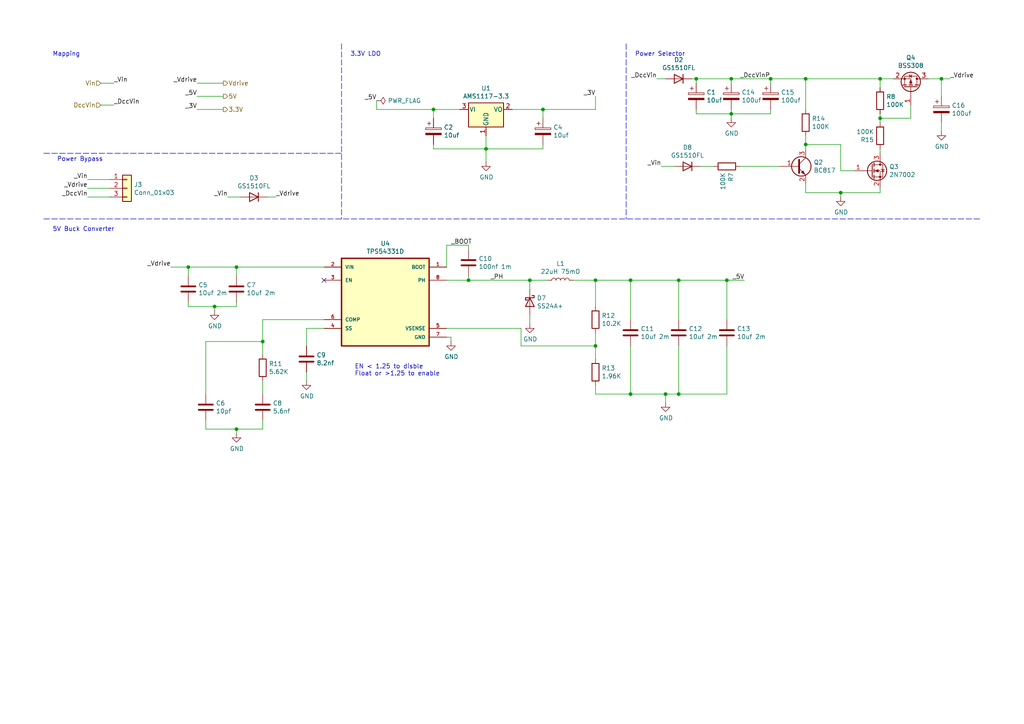
<source format=kicad_sch>
(kicad_sch (version 20211123) (generator eeschema)
  (paper "A4")
  (title_block (date "2021-11-09") (rev "v1.0.0-RC2"))
  (lib_symbols
    (symbol "Connector_Generic:Conn_01x03" (pin_names (offset 1.016) hide)
      (property "Reference" "J" (at 0 5.08 0))
      (property "Value" "Conn_01x03" (at 0 -5.08 0))
      (symbol "Conn_01x03_1_1"
        (rectangle (start -1.27 -2.413) (end 0 -2.667) (stroke (width 0.1524)))
        (rectangle (start -1.27 0.127) (end 0 -0.127) (stroke (width 0.1524)))
        (rectangle (start -1.27 2.667) (end 0 2.413) (stroke (width 0.1524)))
        (rectangle (start -1.27 3.81) (end 1.27 -3.81) (stroke (width 0.254)) (fill (type background)))
        (pin passive line (at -5.08 2.54 0) (length 3.81) (name "Pin_1") (number "1"))
        (pin passive line (at -5.08 0 0) (length 3.81) (name "Pin_2") (number "2"))
        (pin passive line (at -5.08 -2.54 0) (length 3.81) (name "Pin_3") (number "3"))
      )
    )
    (symbol "DB107S:TPS54331D" (pin_names (offset 1.016))
      (property "Reference" "U" (at -12.7 13.6906 0))
      (property "Value" "TPS54331D" (at -12.7 -16.6878 0))
      (symbol "TPS54331D_0_0"
        (rectangle (start -12.7 -12.7) (end 12.7 12.7) (stroke (width 0.4064)) (fill (type background)))
        (pin input line (at 17.78 10.16 180) (length 5.08) (name "BOOT") (number "1"))
        (pin input line (at -17.78 10.16 0) (length 5.08) (name "VIN") (number "2"))
        (pin input line (at -17.78 6.35 0) (length 5.08) (name "EN") (number "3"))
        (pin input line (at -17.78 -7.62 0) (length 5.08) (name "SS") (number "4"))
        (pin input line (at 17.78 -7.62 180) (length 5.08) (name "VSENSE") (number "5"))
        (pin output line (at -17.78 -5.08 0) (length 5.08) (name "COMP") (number "6"))
        (pin power_in line (at 17.78 -10.16 180) (length 5.08) (name "GND") (number "7"))
        (pin input line (at 17.78 6.35 180) (length 5.08) (name "PH") (number "8"))
      )
    )
    (symbol "Device:C" (pin_numbers hide) (pin_names (offset 0.254))
      (property "Reference" "C" (at 0.635 2.54 0))
      (property "Value" "C" (at 0.635 -2.54 0))
      (symbol "C_0_1"
        (polyline (pts (xy -2.032 -0.762) (xy 2.032 -0.762)) (stroke (width 0.508)))
        (polyline (pts (xy -2.032 0.762) (xy 2.032 0.762)) (stroke (width 0.508)))
      )
      (symbol "C_1_1"
        (pin passive line (at 0 3.81 270) (length 2.794) (name "~") (number "1"))
        (pin passive line (at 0 -3.81 90) (length 2.794) (name "~") (number "2"))
      )
    )
    (symbol "Device:C_Polarized" (pin_numbers hide) (pin_names (offset 0.254))
      (property "Reference" "C" (at 0.635 2.54 0))
      (property "Value" "C_Polarized" (at 0.635 -2.54 0))
      (symbol "C_Polarized_0_1"
        (rectangle (start -2.286 0.508) (end 2.286 1.016))
        (polyline (pts (xy -1.778 2.286) (xy -0.762 2.286)))
        (polyline (pts (xy -1.27 2.794) (xy -1.27 1.778)))
        (rectangle (start 2.286 -0.508) (end -2.286 -1.016) (fill (type outline)))
      )
      (symbol "C_Polarized_1_1"
        (pin passive line (at 0 3.81 270) (length 2.794) (name "~") (number "1"))
        (pin passive line (at 0 -3.81 90) (length 2.794) (name "~") (number "2"))
      )
    )
    (symbol "Device:D" (pin_numbers hide) (pin_names (offset 1.016) hide)
      (property "Reference" "D" (at 0 2.54 0))
      (property "Value" "D" (at 0 -2.54 0))
      (symbol "D_0_1"
        (polyline (pts (xy -1.27 1.27) (xy -1.27 -1.27)) (stroke (width 0.254)))
        (polyline (pts (xy 1.27 0) (xy -1.27 0)))
        (polyline (pts (xy 1.27 1.27) (xy 1.27 -1.27) (xy -1.27 0) (xy 1.27 1.27)) (stroke (width 0.254)))
      )
      (symbol "D_1_1"
        (pin passive line (at -3.81 0 0) (length 2.54) (name "K") (number "1"))
        (pin passive line (at 3.81 0 180) (length 2.54) (name "A") (number "2"))
      )
    )
    (symbol "Device:D_Schottky" (pin_numbers hide) (pin_names (offset 1.016) hide)
      (property "Reference" "D" (at 0 2.54 0))
      (property "Value" "D_Schottky" (at 0 -2.54 0))
      (symbol "D_Schottky_0_1"
        (polyline (pts (xy 1.27 0) (xy -1.27 0)))
        (polyline (pts (xy 1.27 1.27) (xy 1.27 -1.27) (xy -1.27 0) (xy 1.27 1.27)) (stroke (width 0.254)))
        (polyline (pts (xy -1.905 0.635) (xy -1.905 1.27) (xy -1.27 1.27) (xy -1.27 -1.27) (xy -0.635 -1.27) (xy -0.635 -0.635)) (stroke (width 0.254)))
      )
      (symbol "D_Schottky_1_1"
        (pin passive line (at -3.81 0 0) (length 2.54) (name "K") (number "1"))
        (pin passive line (at 3.81 0 180) (length 2.54) (name "A") (number "2"))
      )
    )
    (symbol "Device:L" (pin_numbers hide) (pin_names (offset 1.016) hide)
      (property "Reference" "L" (at -1.27 0 90))
      (property "Value" "L" (at 1.905 0 90))
      (symbol "L_0_1"
        (arc (start 0 -2.54) (mid 0.635 -1.905) (end 0 -1.27))
        (arc (start 0 -1.27) (mid 0.635 -0.635) (end 0 0))
        (arc (start 0 0) (mid 0.635 0.635) (end 0 1.27))
        (arc (start 0 1.27) (mid 0.635 1.905) (end 0 2.54))
      )
      (symbol "L_1_1"
        (pin passive line (at 0 3.81 270) (length 1.27) (name "1") (number "1"))
        (pin passive line (at 0 -3.81 90) (length 1.27) (name "2") (number "2"))
      )
    )
    (symbol "Device:Q_PMOS_GSD" (pin_names (offset 0) hide)
      (property "Reference" "Q" (at 5.08 1.27 0))
      (property "Value" "Q_PMOS_GSD" (at 5.08 -1.27 0))
      (symbol "Q_PMOS_GSD_0_1"
        (polyline (pts (xy 0.254 0) (xy -2.54 0)))
        (polyline (pts (xy 0.254 1.905) (xy 0.254 -1.905)) (stroke (width 0.254)))
        (polyline (pts (xy 0.762 -1.27) (xy 0.762 -2.286)) (stroke (width 0.254)))
        (polyline (pts (xy 0.762 0.508) (xy 0.762 -0.508)) (stroke (width 0.254)))
        (polyline (pts (xy 0.762 2.286) (xy 0.762 1.27)) (stroke (width 0.254)))
        (polyline (pts (xy 2.54 2.54) (xy 2.54 1.778)))
        (polyline (pts (xy 2.54 -2.54) (xy 2.54 0) (xy 0.762 0)))
        (polyline (pts (xy 0.762 1.778) (xy 3.302 1.778) (xy 3.302 -1.778) (xy 0.762 -1.778)))
        (polyline (pts (xy 2.286 0) (xy 1.27 0.381) (xy 1.27 -0.381) (xy 2.286 0)) (fill (type outline)))
        (polyline (pts (xy 2.794 -0.508) (xy 2.921 -0.381) (xy 3.683 -0.381) (xy 3.81 -0.254)))
        (polyline (pts (xy 3.302 -0.381) (xy 2.921 0.254) (xy 3.683 0.254) (xy 3.302 -0.381)))
        (circle (center 1.651 0) (radius 2.794) (stroke (width 0.254)))
        (circle (center 2.54 -1.778) (radius 0.254) (fill (type outline)))
        (circle (center 2.54 1.778) (radius 0.254) (fill (type outline)))
      )
      (symbol "Q_PMOS_GSD_1_1"
        (pin input line (at -5.08 0 0) (length 2.54) (name "G") (number "1"))
        (pin passive line (at 2.54 -5.08 90) (length 2.54) (name "S") (number "2"))
        (pin passive line (at 2.54 5.08 270) (length 2.54) (name "D") (number "3"))
      )
    )
    (symbol "Device:R" (pin_numbers hide) (pin_names (offset 0))
      (property "Reference" "R" (at 2.032 0 90))
      (property "Value" "R" (at 0 0 90))
      (symbol "R_0_1"
        (rectangle (start -1.016 -2.54) (end 1.016 2.54) (stroke (width 0.254)))
      )
      (symbol "R_1_1"
        (pin passive line (at 0 3.81 270) (length 1.27) (name "~") (number "1"))
        (pin passive line (at 0 -3.81 90) (length 1.27) (name "~") (number "2"))
      )
    )
    (symbol "Regulator_Linear:AMS1117-3.3" (pin_names (offset 0.254))
      (property "Reference" "U" (at -3.81 3.175 0))
      (property "Value" "AMS1117-3.3" (at 0 3.175 0))
      (symbol "AMS1117-3.3_0_1"
        (rectangle (start -5.08 -5.08) (end 5.08 1.905) (stroke (width 0.254)) (fill (type background)))
      )
      (symbol "AMS1117-3.3_1_1"
        (pin power_in line (at 0 -7.62 90) (length 2.54) (name "GND") (number "1"))
        (pin power_out line (at 7.62 0 180) (length 2.54) (name "VO") (number "2"))
        (pin power_in line (at -7.62 0 0) (length 2.54) (name "VI") (number "3"))
      )
    )
    (symbol "Transistor_BJT:BC817" (pin_names (offset 0) hide)
      (property "Reference" "Q" (at 5.08 1.905 0))
      (property "Value" "BC817" (at 5.08 0 0))
      (symbol "BC817_0_1"
        (polyline (pts (xy 0.635 0.635) (xy 2.54 2.54)))
        (polyline (pts (xy 0.635 -0.635) (xy 2.54 -2.54) (xy 2.54 -2.54)))
        (polyline (pts (xy 0.635 1.905) (xy 0.635 -1.905) (xy 0.635 -1.905)) (stroke (width 0.508)))
        (polyline (pts (xy 1.27 -1.778) (xy 1.778 -1.27) (xy 2.286 -2.286) (xy 1.27 -1.778) (xy 1.27 -1.778)) (fill (type outline)))
        (circle (center 1.27 0) (radius 2.8194) (stroke (width 0.254)))
      )
      (symbol "BC817_1_1"
        (pin input line (at -5.08 0 0) (length 5.715) (name "B") (number "1"))
        (pin passive line (at 2.54 -5.08 90) (length 2.54) (name "E") (number "2"))
        (pin passive line (at 2.54 5.08 270) (length 2.54) (name "C") (number "3"))
      )
    )
    (symbol "Transistor_FET:2N7002" (pin_names hide)
      (property "Reference" "Q" (at 5.08 1.905 0))
      (property "Value" "2N7002" (at 5.08 0 0))
      (symbol "2N7002_0_1"
        (polyline (pts (xy 0.254 0) (xy -2.54 0)))
        (polyline (pts (xy 0.254 1.905) (xy 0.254 -1.905)) (stroke (width 0.254)))
        (polyline (pts (xy 0.762 -1.27) (xy 0.762 -2.286)) (stroke (width 0.254)))
        (polyline (pts (xy 0.762 0.508) (xy 0.762 -0.508)) (stroke (width 0.254)))
        (polyline (pts (xy 0.762 2.286) (xy 0.762 1.27)) (stroke (width 0.254)))
        (polyline (pts (xy 2.54 2.54) (xy 2.54 1.778)))
        (polyline (pts (xy 2.54 -2.54) (xy 2.54 0) (xy 0.762 0)))
        (polyline (pts (xy 0.762 -1.778) (xy 3.302 -1.778) (xy 3.302 1.778) (xy 0.762 1.778)))
        (polyline (pts (xy 1.016 0) (xy 2.032 0.381) (xy 2.032 -0.381) (xy 1.016 0)) (fill (type outline)))
        (polyline (pts (xy 2.794 0.508) (xy 2.921 0.381) (xy 3.683 0.381) (xy 3.81 0.254)))
        (polyline (pts (xy 3.302 0.381) (xy 2.921 -0.254) (xy 3.683 -0.254) (xy 3.302 0.381)))
        (circle (center 1.651 0) (radius 2.794) (stroke (width 0.254)))
        (circle (center 2.54 -1.778) (radius 0.254) (fill (type outline)))
        (circle (center 2.54 1.778) (radius 0.254) (fill (type outline)))
      )
      (symbol "2N7002_1_1"
        (pin input line (at -5.08 0 0) (length 2.54) (name "G") (number "1"))
        (pin passive line (at 2.54 -5.08 90) (length 2.54) (name "S") (number "2"))
        (pin passive line (at 2.54 5.08 270) (length 2.54) (name "D") (number "3"))
      )
    )
    (symbol "power:GND" (power) (pin_names (offset 0))
      (property "Value" "GND" (at 0 -3.81 0))
      (symbol "GND_0_1"
        (polyline (pts (xy 0 0) (xy 0 -1.27) (xy 1.27 -1.27) (xy 0 -2.54) (xy -1.27 -1.27) (xy 0 -1.27)))
      )
      (symbol "GND_1_1"
        (pin power_in line (at 0 0 270) (length 0) hide (name "GND") (number "1"))
      )
    )
    (symbol "power:PWR_FLAG" (power) (pin_numbers hide) (pin_names (offset 0) hide)
      (property "Value" "PWR_FLAG" (at 0 3.81 0))
      (symbol "PWR_FLAG_0_0"
        (pin power_out line (at 0 0 90) (length 0) (name "pwr") (number "1"))
      )
      (symbol "PWR_FLAG_0_1"
        (polyline (pts (xy 0 0) (xy 0 1.27) (xy -1.016 1.905) (xy 0 2.54) (xy 1.016 1.905) (xy 0 1.27)))
      )
    )
  )
  (junction (at 153.67 81.28))
  (junction (at 255.27 22.86))
  (junction (at 68.58 124.46))
  (junction (at 157.48 31.75))
  (junction (at 172.72 100.33))
  (junction (at 182.88 114.3))
  (junction (at 233.68 41.91))
  (junction (at 212.09 22.86))
  (junction (at 223.52 22.86))
  (junction (at 62.23 88.9))
  (junction (at 68.58 77.47))
  (junction (at 125.73 31.75))
  (junction (at 243.84 55.88))
  (junction (at 193.04 114.3))
  (junction (at 201.93 22.86))
  (junction (at 196.85 81.28))
  (junction (at 212.09 33.02))
  (junction (at 233.68 22.86))
  (junction (at 76.2 99.06))
  (junction (at 135.89 81.28))
  (junction (at 182.88 81.28))
  (junction (at 196.85 114.3))
  (junction (at 255.27 34.29))
  (junction (at 140.97 43.18))
  (junction (at 54.61 77.47))
  (junction (at 210.82 81.28))
  (junction (at 273.05 22.86))
  (junction (at 172.72 81.28))
  (no_connect (at 93.98 81.28))
  (wire (pts (xy 59.69 121.92) (xy 59.69 124.46)))
  (wire (pts (xy 109.22 29.21) (xy 109.22 31.75)))
  (wire (pts (xy 129.54 95.25) (xy 151.13 95.25)))
  (wire (pts (xy 264.16 30.48) (xy 264.16 34.29)))
  (wire (pts (xy 129.54 81.28) (xy 135.89 81.28)))
  (wire (pts (xy 214.63 48.26) (xy 226.06 48.26)))
  (wire (pts (xy 68.58 80.01) (xy 68.58 77.47)))
  (wire (pts (xy 223.52 22.86) (xy 233.68 22.86)))
  (polyline (pts (xy 99.06 12.7) (xy 99.06 63.5)))
  (wire (pts (xy 233.68 22.86) (xy 255.27 22.86)))
  (wire (pts (xy 273.05 22.86) (xy 275.59 22.86)))
  (wire (pts (xy 140.97 43.18) (xy 140.97 46.99)))
  (wire (pts (xy 233.68 31.75) (xy 233.68 22.86)))
  (wire (pts (xy 125.73 43.18) (xy 125.73 41.91)))
  (wire (pts (xy 69.85 57.15) (xy 66.04 57.15)))
  (wire (pts (xy 54.61 80.01) (xy 54.61 77.47)))
  (wire (pts (xy 233.68 53.34) (xy 233.68 55.88)))
  (wire (pts (xy 172.72 96.52) (xy 172.72 100.33)))
  (wire (pts (xy 125.73 34.29) (xy 125.73 31.75)))
  (wire (pts (xy 223.52 24.13) (xy 223.52 22.86)))
  (wire (pts (xy 57.15 27.94) (xy 64.77 27.94)))
  (wire (pts (xy 88.9 95.25) (xy 93.98 95.25)))
  (wire (pts (xy 255.27 25.4) (xy 255.27 22.86)))
  (wire (pts (xy 68.58 77.47) (xy 93.98 77.47)))
  (wire (pts (xy 129.54 77.47) (xy 129.54 71.12)))
  (wire (pts (xy 57.15 31.75) (xy 64.77 31.75)))
  (wire (pts (xy 190.5 22.86) (xy 193.04 22.86)))
  (wire (pts (xy 77.47 57.15) (xy 80.01 57.15)))
  (wire (pts (xy 196.85 100.33) (xy 196.85 114.3)))
  (wire (pts (xy 148.59 31.75) (xy 157.48 31.75)))
  (wire (pts (xy 269.24 22.86) (xy 273.05 22.86)))
  (wire (pts (xy 76.2 124.46) (xy 76.2 121.92)))
  (wire (pts (xy 182.88 81.28) (xy 196.85 81.28)))
  (wire (pts (xy 129.54 71.12) (xy 135.89 71.12)))
  (wire (pts (xy 201.93 24.13) (xy 201.93 22.86)))
  (wire (pts (xy 212.09 31.75) (xy 212.09 33.02)))
  (wire (pts (xy 172.72 100.33) (xy 172.72 104.14)))
  (wire (pts (xy 130.81 97.79) (xy 129.54 97.79)))
  (polyline (pts (xy 12.7 63.5) (xy 284.48 63.5)))
  (wire (pts (xy 193.04 116.84) (xy 193.04 114.3)))
  (wire (pts (xy 233.68 43.18) (xy 233.68 41.91)))
  (wire (pts (xy 172.72 81.28) (xy 172.72 88.9)))
  (wire (pts (xy 157.48 34.29) (xy 157.48 31.75)))
  (wire (pts (xy 233.68 41.91) (xy 233.68 39.37)))
  (polyline (pts (xy 12.7 44.45) (xy 99.06 44.45)))
  (wire (pts (xy 68.58 88.9) (xy 68.58 87.63)))
  (wire (pts (xy 243.84 57.15) (xy 243.84 55.88)))
  (wire (pts (xy 153.67 83.82) (xy 153.67 81.28)))
  (wire (pts (xy 203.2 48.26) (xy 207.01 48.26)))
  (wire (pts (xy 54.61 88.9) (xy 54.61 87.63)))
  (wire (pts (xy 88.9 107.95) (xy 88.9 110.49)))
  (wire (pts (xy 172.72 114.3) (xy 182.88 114.3)))
  (wire (pts (xy 273.05 38.1) (xy 273.05 35.56)))
  (wire (pts (xy 201.93 22.86) (xy 212.09 22.86)))
  (wire (pts (xy 182.88 92.71) (xy 182.88 81.28)))
  (wire (pts (xy 151.13 100.33) (xy 172.72 100.33)))
  (wire (pts (xy 210.82 100.33) (xy 210.82 114.3)))
  (wire (pts (xy 140.97 43.18) (xy 125.73 43.18)))
  (wire (pts (xy 62.23 88.9) (xy 54.61 88.9)))
  (wire (pts (xy 153.67 81.28) (xy 158.75 81.28)))
  (wire (pts (xy 157.48 31.75) (xy 172.72 31.75)))
  (wire (pts (xy 255.27 34.29) (xy 264.16 34.29)))
  (wire (pts (xy 259.08 22.86) (xy 255.27 22.86)))
  (wire (pts (xy 255.27 54.61) (xy 255.27 55.88)))
  (wire (pts (xy 59.69 124.46) (xy 68.58 124.46)))
  (wire (pts (xy 182.88 114.3) (xy 193.04 114.3)))
  (wire (pts (xy 182.88 100.33) (xy 182.88 114.3)))
  (wire (pts (xy 59.69 99.06) (xy 76.2 99.06)))
  (wire (pts (xy 59.69 114.3) (xy 59.69 99.06)))
  (wire (pts (xy 212.09 22.86) (xy 223.52 22.86)))
  (wire (pts (xy 76.2 99.06) (xy 76.2 92.71)))
  (wire (pts (xy 255.27 43.18) (xy 255.27 44.45)))
  (wire (pts (xy 172.72 81.28) (xy 182.88 81.28)))
  (wire (pts (xy 210.82 92.71) (xy 210.82 81.28)))
  (wire (pts (xy 166.37 81.28) (xy 172.72 81.28)))
  (wire (pts (xy 196.85 81.28) (xy 210.82 81.28)))
  (wire (pts (xy 196.85 92.71) (xy 196.85 81.28)))
  (wire (pts (xy 243.84 55.88) (xy 255.27 55.88)))
  (wire (pts (xy 200.66 22.86) (xy 201.93 22.86)))
  (wire (pts (xy 172.72 31.75) (xy 172.72 27.94)))
  (wire (pts (xy 157.48 43.18) (xy 140.97 43.18)))
  (wire (pts (xy 54.61 77.47) (xy 68.58 77.47)))
  (wire (pts (xy 62.23 90.17) (xy 62.23 88.9)))
  (wire (pts (xy 76.2 114.3) (xy 76.2 110.49)))
  (wire (pts (xy 212.09 34.29) (xy 212.09 33.02)))
  (wire (pts (xy 140.97 39.37) (xy 140.97 43.18)))
  (wire (pts (xy 125.73 31.75) (xy 133.35 31.75)))
  (wire (pts (xy 247.65 49.53) (xy 243.84 49.53)))
  (wire (pts (xy 151.13 95.25) (xy 151.13 100.33)))
  (wire (pts (xy 223.52 33.02) (xy 223.52 31.75)))
  (wire (pts (xy 210.82 114.3) (xy 196.85 114.3)))
  (wire (pts (xy 62.23 88.9) (xy 68.58 88.9)))
  (wire (pts (xy 212.09 33.02) (xy 223.52 33.02)))
  (wire (pts (xy 243.84 41.91) (xy 233.68 41.91)))
  (wire (pts (xy 68.58 124.46) (xy 76.2 124.46)))
  (wire (pts (xy 135.89 80.01) (xy 135.89 81.28)))
  (wire (pts (xy 130.81 99.06) (xy 130.81 97.79)))
  (wire (pts (xy 233.68 55.88) (xy 243.84 55.88)))
  (wire (pts (xy 68.58 124.46) (xy 68.58 125.73)))
  (wire (pts (xy 33.02 30.48) (xy 29.21 30.48)))
  (wire (pts (xy 210.82 81.28) (xy 215.9 81.28)))
  (wire (pts (xy 109.22 31.75) (xy 125.73 31.75)))
  (wire (pts (xy 201.93 33.02) (xy 201.93 31.75)))
  (polyline (pts (xy 181.61 12.7) (xy 181.61 63.5)))
  (wire (pts (xy 153.67 93.98) (xy 153.67 91.44)))
  (wire (pts (xy 76.2 92.71) (xy 93.98 92.71)))
  (wire (pts (xy 273.05 27.94) (xy 273.05 22.86)))
  (wire (pts (xy 49.53 77.47) (xy 54.61 77.47)))
  (wire (pts (xy 212.09 33.02) (xy 201.93 33.02)))
  (wire (pts (xy 135.89 81.28) (xy 153.67 81.28)))
  (wire (pts (xy 255.27 34.29) (xy 255.27 33.02)))
  (wire (pts (xy 33.02 24.13) (xy 29.21 24.13)))
  (wire (pts (xy 191.77 48.26) (xy 195.58 48.26)))
  (wire (pts (xy 212.09 24.13) (xy 212.09 22.86)))
  (wire (pts (xy 172.72 111.76) (xy 172.72 114.3)))
  (wire (pts (xy 25.4 57.15) (xy 31.75 57.15)))
  (wire (pts (xy 157.48 41.91) (xy 157.48 43.18)))
  (wire (pts (xy 25.4 54.61) (xy 31.75 54.61)))
  (wire (pts (xy 57.15 24.13) (xy 64.77 24.13)))
  (wire (pts (xy 193.04 114.3) (xy 196.85 114.3)))
  (wire (pts (xy 135.89 72.39) (xy 135.89 71.12)))
  (wire (pts (xy 76.2 102.87) (xy 76.2 99.06)))
  (wire (pts (xy 88.9 100.33) (xy 88.9 95.25)))
  (wire (pts (xy 25.4 52.07) (xy 31.75 52.07)))
  (wire (pts (xy 255.27 35.56) (xy 255.27 34.29)))
  (wire (pts (xy 243.84 49.53) (xy 243.84 41.91)))
  (text "EN < 1.25 to disble\nFloat or >1.25 to enable" (at 102.87 109.22 0) (effects (font (size 1.27 1.27)) (justify left bottom)))
  (text "Power Selector" (at 184.15 16.51 0) (effects (font (size 1.27 1.27)) (justify left bottom)))
  (text "Power Bypass" (at 16.51 46.99 0) (effects (font (size 1.27 1.27)) (justify left bottom)))
  (text "3.3V LDO" (at 101.6 16.51 0) (effects (font (size 1.27 1.27)) (justify left bottom)))
  (text "Mapping" (at 15.24 16.51 0) (effects (font (size 1.27 1.27)) (justify left bottom)))
  (text "5V Buck Converter" (at 15.24 67.31 0) (effects (font (size 1.27 1.27)) (justify left bottom)))
  (label "_DccVin" (at 25.4 57.15 180))
  (label "_Vdrive" (at 25.4 54.61 180))
  (label "_3V" (at 57.15 31.75 180))
  (label "_5V" (at 109.22 29.21 180))
  (label "_Vdrive" (at 275.59 22.86 0))
  (label "_DccVinP" (at 214.63 22.86 0))
  (label "_5V" (at 215.9 81.28 180))
  (label "_3V" (at 172.72 27.94 180))
  (label "_DccVin" (at 33.02 30.48 0))
  (label "_BOOT" (at 130.81 71.12 0))
  (label "_Vin" (at 33.02 24.13 0))
  (label "_Vin" (at 66.04 57.15 180))
  (label "_Vdrive" (at 80.01 57.15 0))
  (label "_DccVin" (at 190.5 22.86 180))
  (label "_Vdrive" (at 57.15 24.13 180))
  (label "_Vin" (at 191.77 48.26 180))
  (label "_5V" (at 57.15 27.94 180))
  (label "_Vin" (at 25.4 52.07 180))
  (label "_PH" (at 142.24 81.28 0))
  (label "_Vdrive" (at 49.53 77.47 180))
  (hierarchical_label "DccVin" (shape input) (at 29.21 30.48 180))
  (hierarchical_label "Vin" (shape input) (at 29.21 24.13 180))
  (hierarchical_label "3.3V" (shape output) (at 64.77 31.75 0))
  (hierarchical_label "5V" (shape output) (at 64.77 27.94 0))
  (hierarchical_label "Vdrive" (shape output) (at 64.77 24.13 0))
  (symbol (lib_id "Device:D") (at 73.66 57.15 180) (unit 1)
    (property "Reference" "D3" (at 73.66 51.6382 0))
    (property "Value" "GS1510FL" (at 73.66 53.9496 0))
    (property "Footprint" "Project:D_SOD-123FL" (effects hide))
    (property "Mouser" "241-GS1510FLR100001" (effects hide))
    (property "REF" "GS1510FL_R1_00001" (effects hide))
  )
  (symbol (lib_id "Regulator_Linear:AMS1117-3.3") (at 140.97 31.75 0) (unit 1)
    (property "Reference" "U1" (at 140.97 25.6032 0))
    (property "Value" "AMS1117-3.3" (at 140.97 27.9146 0))
    (property "Footprint" "Package_TO_SOT_SMD:SOT-223-3_TabPin2" (effects hide))
    (property "Datasheet" "http://www.advanced-monolithic.com/pdf/ds1117.pdf" (effects hide))
    (property "LCSC" "C6186" (effects hide))
    (property "REF" "NCP1117LPST33T3G" (effects hide))
    (property "Mouser" "863-NCP1117LPST33T3G" (effects hide))
  )
  (symbol (lib_id "Device:C_Polarized") (at 157.48 38.1 0) (unit 1)
    (property "Reference" "C4" (at 160.4772 36.9316 0) (effects (justify left)))
    (property "Value" "10uf" (at 160.4772 39.243 0) (effects (justify left)))
    (property "Footprint" "Capacitor_Tantalum_SMD:CP_EIA-3216-18_Kemet-A" (effects hide))
    (property "LCSC" "C7171" (effects hide))
    (property "Mouser" "80-T494A106M020" (effects hide))
    (property "REF" "T494A106M020AT" (effects hide))
  )
  (symbol (lib_id "Device:C_Polarized") (at 125.73 38.1 0) (unit 1)
    (property "Reference" "C2" (at 128.7272 36.9316 0) (effects (justify left)))
    (property "Value" "10uf" (at 128.7272 39.243 0) (effects (justify left)))
    (property "Footprint" "Capacitor_Tantalum_SMD:CP_EIA-3216-18_Kemet-A" (effects hide))
    (property "LCSC" "C7171" (effects hide))
    (property "Mouser" "80-T494A106M020" (effects hide))
    (property "REF" "T494A106M020AT" (effects hide))
  )
  (symbol (lib_id "power:GND") (at 140.97 46.99 0) (unit 1)
    (property "Reference" "#PWR03" (effects hide))
    (property "Value" "GND" (at 141.097 51.3842 0))
  )
  (symbol (lib_id "Connector_Generic:Conn_01x03") (at 36.83 54.61 0) (unit 1)
    (property "Reference" "J3" (at 38.862 53.5432 0) (effects (justify left)))
    (property "Value" "Conn_01x03" (at 38.862 55.8546 0) (effects (justify left)))
    (property "Footprint" "Connector_PinHeader_2.54mm:PinHeader_1x03_P2.54mm_Vertical" (effects hide))
  )
  (symbol (lib_id "Device:Q_PMOS_GSD") (at 264.16 25.4 270) (mirror x) (unit 1)
    (property "Reference" "Q4" (at 264.16 16.7132 90))
    (property "Value" "BSS308" (at 264.16 19.0246 90))
    (property "Footprint" "Package_TO_SOT_SMD:SOT-23" (effects hide))
    (property "Mouser" "726-BSS308PEH6327" (effects hide))
    (property "REF" "BSS308PE H6327" (effects hide))
  )
  (symbol (lib_id "Device:D") (at 196.85 22.86 180) (unit 1)
    (property "Reference" "D2" (at 196.85 17.3482 0))
    (property "Value" "GS1510FL" (at 196.85 19.6596 0))
    (property "Footprint" "Project:D_SOD-123FL" (effects hide))
    (property "Mouser" "241-GS1510FLR100001" (effects hide))
    (property "REF" "GS1510FL_R1_00001" (effects hide))
  )
  (symbol (lib_id "Device:C_Polarized") (at 201.93 27.94 0) (unit 1)
    (property "Reference" "C1" (at 204.9272 26.7716 0) (effects (justify left)))
    (property "Value" "10uf" (at 204.9272 29.083 0) (effects (justify left)))
    (property "Footprint" "Capacitor_Tantalum_SMD:CP_EIA-3216-18_Kemet-A" (effects hide))
    (property "Mouser" "80-T494A106M020" (effects hide))
    (property "REF" "T494A106M020AT" (effects hide))
    (property "LCSC" "C7171" (effects hide))
  )
  (symbol (lib_id "power:GND") (at 212.09 34.29 0) (unit 1)
    (property "Reference" "#PWR02" (effects hide))
    (property "Value" "GND" (at 212.217 38.6842 0))
  )
  (symbol (lib_id "Transistor_BJT:BC817") (at 231.14 48.26 0) (unit 1)
    (property "Reference" "Q2" (at 235.9914 47.0916 0) (effects (justify left)))
    (property "Value" "BC817" (at 235.9914 49.403 0) (effects (justify left)))
    (property "Footprint" "Package_TO_SOT_SMD:SOT-23" (effects hide))
    (property "Datasheet" "https://www.onsemi.com/pub/Collateral/BC818-D.pdf" (effects hide))
    (property "Mouser" "771-BC817-25-T/R" (effects hide))
    (property "REF" "BC817-25,215" (effects hide))
  )
  (symbol (lib_id "power:GND") (at 243.84 57.15 0) (unit 1)
    (property "Reference" "#PWR04" (effects hide))
    (property "Value" "GND" (at 243.967 61.5442 0))
  )
  (symbol (lib_id "Device:R") (at 255.27 29.21 0) (unit 1)
    (property "Reference" "R8" (at 257.048 28.0416 0) (effects (justify left)))
    (property "Value" "100K" (at 257.048 30.353 0) (effects (justify left)))
    (property "Footprint" "Resistor_SMD:R_1206_3216Metric" (effects hide))
  )
  (symbol (lib_id "Device:R") (at 210.82 48.26 270) (unit 1)
    (property "Reference" "R7" (at 211.9884 50.038 0) (effects (justify left)))
    (property "Value" "100K" (at 209.677 50.038 0) (effects (justify left)))
    (property "Footprint" "Resistor_SMD:R_1206_3216Metric" (effects hide))
  )
  (symbol (lib_id "Device:C") (at 54.61 83.82 0) (unit 1)
    (property "Reference" "C5" (at 57.531 82.6516 0) (effects (justify left)))
    (property "Value" "10uf 2m" (at 57.531 84.963 0) (effects (justify left)))
    (property "Footprint" "Capacitor_SMD:C_1206_3216Metric" (effects hide))
    (property "REF" "CL31A106KPHNNNE" (effects hide))
    (property "Mouser" "187-CL31A106KPHNNNE" (effects hide))
  )
  (symbol (lib_id "Device:C") (at 135.89 76.2 0) (unit 1)
    (property "Reference" "C10" (at 138.811 75.0316 0) (effects (justify left)))
    (property "Value" "100nf 1m" (at 138.811 77.343 0) (effects (justify left)))
    (property "Footprint" "Capacitor_SMD:C_1206_3216Metric" (effects hide))
    (property "REF" "C1206C104M5RACTU" (effects hide))
    (property "Farnell" "2581103" (effects hide))
  )
  (symbol (lib_id "Device:L") (at 162.56 81.28 90) (unit 1)
    (property "Reference" "L1" (at 162.56 76.454 90))
    (property "Value" "22uH 75mO" (at 162.56 78.7654 90))
    (property "Footprint" "Project:L_Bourns_SRP1035" (effects hide))
    (property "Farnell" "2434023" (effects hide))
    (property "REF" "SRP1038A-220M" (effects hide))
  )
  (symbol (lib_id "Device:R") (at 172.72 92.71 0) (unit 1)
    (property "Reference" "R12" (at 174.498 91.5416 0) (effects (justify left)))
    (property "Value" "10.2K" (at 174.498 93.853 0) (effects (justify left)))
    (property "Footprint" "Resistor_SMD:R_1206_3216Metric" (effects hide))
    (property "Farnell" "2307301" (effects hide))
    (property "REF" "ERJ8ENF1022V" (effects hide))
  )
  (symbol (lib_id "Device:R") (at 172.72 107.95 0) (unit 1)
    (property "Reference" "R13" (at 174.498 106.7816 0) (effects (justify left)))
    (property "Value" "1.96K" (at 174.498 109.093 0) (effects (justify left)))
    (property "Footprint" "Resistor_SMD:R_1206_3216Metric" (effects hide))
    (property "Farnell" "2307494" (effects hide))
    (property "REF" "ERJ8ENF1961V" (effects hide))
  )
  (symbol (lib_id "Device:C") (at 182.88 96.52 0) (unit 1)
    (property "Reference" "C11" (at 185.801 95.3516 0) (effects (justify left)))
    (property "Value" "10uf 2m" (at 185.801 97.663 0) (effects (justify left)))
    (property "Footprint" "Capacitor_SMD:C_1206_3216Metric" (effects hide))
    (property "REF" "CL31A106KPHNNNE" (effects hide))
    (property "Mouser" "187-CL31A106KPHNNNE" (effects hide))
  )
  (symbol (lib_id "Device:C") (at 196.85 96.52 0) (unit 1)
    (property "Reference" "C12" (at 199.771 95.3516 0) (effects (justify left)))
    (property "Value" "10uf 2m" (at 199.771 97.663 0) (effects (justify left)))
    (property "Footprint" "Capacitor_SMD:C_1206_3216Metric" (effects hide))
    (property "REF" "CL31A106KPHNNNE" (effects hide))
    (property "Mouser" "187-CL31A106KPHNNNE" (effects hide))
  )
  (symbol (lib_id "DB107S:TPS54331D") (at 111.76 87.63 0) (unit 1)
    (property "Reference" "U4" (at 111.76 70.612 0))
    (property "Value" "TPS54331D" (at 111.76 72.9234 0))
    (property "Footprint" "Package_SO:SOIC-8_3.9x4.9mm_P1.27mm" (effects hide))
    (property "Farnell" "1645383" (effects hide))
    (property "REF" "TPS54331D" (effects hide))
  )
  (symbol (lib_id "Device:C") (at 210.82 96.52 0) (unit 1)
    (property "Reference" "C13" (at 213.741 95.3516 0) (effects (justify left)))
    (property "Value" "10uf 2m" (at 213.741 97.663 0) (effects (justify left)))
    (property "Footprint" "Capacitor_SMD:C_1206_3216Metric" (effects hide))
    (property "REF" "CL31A106KPHNNNE" (effects hide))
    (property "Mouser" "187-CL31A106KPHNNNE" (effects hide))
  )
  (symbol (lib_id "Transistor_FET:2N7002") (at 252.73 49.53 0) (unit 1)
    (property "Reference" "Q3" (at 257.9116 48.3616 0) (effects (justify left)))
    (property "Value" "2N7002" (at 257.9116 50.673 0) (effects (justify left)))
    (property "Footprint" "Package_TO_SOT_SMD:SOT-23" (effects hide))
    (property "Datasheet" "https://www.onsemi.com/pub/Collateral/NDS7002A-D.PDF" (effects hide))
  )
  (symbol (lib_id "Device:D_Schottky") (at 153.67 87.63 270) (unit 1)
    (property "Reference" "D7" (at 155.702 86.4616 90) (effects (justify left)))
    (property "Value" "SS24A+" (at 155.702 88.773 90) (effects (justify left)))
    (property "Footprint" "Diode_SMD:D_SMA" (effects hide))
    (property "Farnell" "2748189" (effects hide))
    (property "REF" "SS24A+" (effects hide))
  )
  (symbol (lib_id "Device:C") (at 68.58 83.82 0) (unit 1)
    (property "Reference" "C7" (at 71.501 82.6516 0) (effects (justify left)))
    (property "Value" "10uf 2m" (at 71.501 84.963 0) (effects (justify left)))
    (property "Footprint" "Capacitor_SMD:C_1206_3216Metric" (effects hide))
    (property "REF" "CL31A106KPHNNNE" (effects hide))
    (property "Mouser" "187-CL31A106KPHNNNE" (effects hide))
  )
  (symbol (lib_id "Device:R") (at 233.68 35.56 0) (unit 1)
    (property "Reference" "R14" (at 235.458 34.3916 0) (effects (justify left)))
    (property "Value" "100K" (at 235.458 36.703 0) (effects (justify left)))
    (property "Footprint" "Resistor_SMD:R_1206_3216Metric" (effects hide))
  )
  (symbol (lib_id "Device:R") (at 255.27 39.37 180) (unit 1)
    (property "Reference" "R15" (at 253.492 40.5384 0) (effects (justify left)))
    (property "Value" "100K" (at 253.492 38.227 0) (effects (justify left)))
    (property "Footprint" "Resistor_SMD:R_1206_3216Metric" (effects hide))
  )
  (symbol (lib_id "power:GND") (at 153.67 93.98 0) (unit 1)
    (property "Reference" "#PWR012" (effects hide))
    (property "Value" "GND" (at 153.797 98.3742 0))
  )
  (symbol (lib_id "power:GND") (at 193.04 116.84 0) (unit 1)
    (property "Reference" "#PWR013" (effects hide))
    (property "Value" "GND" (at 193.167 121.2342 0))
  )
  (symbol (lib_id "power:GND") (at 130.81 99.06 0) (unit 1)
    (property "Reference" "#PWR011" (effects hide))
    (property "Value" "GND" (at 130.937 103.4542 0))
  )
  (symbol (lib_id "power:GND") (at 62.23 90.17 0) (unit 1)
    (property "Reference" "#PWR08" (effects hide))
    (property "Value" "GND" (at 62.357 94.5642 0))
  )
  (symbol (lib_id "Device:C") (at 88.9 104.14 0) (unit 1)
    (property "Reference" "C9" (at 91.821 102.9716 0) (effects (justify left)))
    (property "Value" "8.2nf" (at 91.821 105.283 0) (effects (justify left)))
    (property "Footprint" "Capacitor_SMD:C_1206_3216Metric" (effects hide))
    (property "Farnell" "1759349" (effects hide))
    (property "REF" "MC1206B822K500CT" (effects hide))
  )
  (symbol (lib_id "Device:C") (at 59.69 118.11 0) (unit 1)
    (property "Reference" "C6" (at 62.611 116.9416 0) (effects (justify left)))
    (property "Value" "10pf" (at 62.611 119.253 0) (effects (justify left)))
    (property "Footprint" "Capacitor_SMD:C_1206_3216Metric" (effects hide))
    (property "Farnell" "2497123" (effects hide))
    (property "REF" "1206N100J500CT" (effects hide))
  )
  (symbol (lib_id "Device:C") (at 76.2 118.11 0) (unit 1)
    (property "Reference" "C8" (at 79.121 116.9416 0) (effects (justify left)))
    (property "Value" "5.6nf" (at 79.121 119.253 0) (effects (justify left)))
    (property "Footprint" "Capacitor_SMD:C_1206_3216Metric" (effects hide))
    (property "Farnell" "1759347" (effects hide))
    (property "REF" "MC1206B562K500CT" (effects hide))
  )
  (symbol (lib_id "Device:R") (at 76.2 106.68 0) (unit 1)
    (property "Reference" "R11" (at 77.978 105.5116 0) (effects (justify left)))
    (property "Value" "5.62K" (at 77.978 107.823 0) (effects (justify left)))
    (property "Footprint" "Resistor_SMD:R_1206_3216Metric" (effects hide))
    (property "Farnell" "2695169" (effects hide))
    (property "REF" "ERJ8ENF5621V" (effects hide))
  )
  (symbol (lib_id "power:GND") (at 88.9 110.49 0) (unit 1)
    (property "Reference" "#PWR010" (effects hide))
    (property "Value" "GND" (at 89.027 114.8842 0))
  )
  (symbol (lib_id "power:GND") (at 68.58 125.73 0) (unit 1)
    (property "Reference" "#PWR09" (effects hide))
    (property "Value" "GND" (at 68.707 130.1242 0))
  )
  (symbol (lib_id "Device:D") (at 199.39 48.26 180) (unit 1)
    (property "Reference" "D8" (at 199.39 42.7482 0))
    (property "Value" "GS1510FL" (at 199.39 45.0596 0))
    (property "Footprint" "Project:D_SOD-123FL" (effects hide))
    (property "Mouser" "241-GS1510FLR100001" (effects hide))
    (property "REF" "GS1510FL_R1_00001" (effects hide))
  )
  (symbol (lib_id "power:PWR_FLAG") (at 109.22 29.21 270) (unit 1)
    (property "Reference" "#FLG0102" (effects hide))
    (property "Value" "PWR_FLAG" (at 112.4712 29.21 90) (effects (justify left)))
  )
  (symbol (lib_id "Device:C_Polarized") (at 223.52 27.94 0) (unit 1)
    (property "Reference" "C15" (at 226.5172 26.7716 0) (effects (justify left)))
    (property "Value" "100uf" (at 226.5172 29.083 0) (effects (justify left)))
    (property "Footprint" "Capacitor_SMD:CP_Elec_6.3x7.7" (effects hide))
    (property "REF" "865060445005" (effects hide))
  )
  (symbol (lib_id "Device:C_Polarized") (at 212.09 27.94 0) (unit 1)
    (property "Reference" "C14" (at 215.0872 26.7716 0) (effects (justify left)))
    (property "Value" "100uf" (at 215.0872 29.083 0) (effects (justify left)))
    (property "Footprint" "Capacitor_SMD:CP_Elec_6.3x7.7" (effects hide))
    (property "REF" "865060445005" (effects hide))
  )
  (symbol (lib_id "Device:C_Polarized") (at 273.05 31.75 0) (unit 1)
    (property "Reference" "C16" (at 276.0472 30.5816 0) (effects (justify left)))
    (property "Value" "100uf" (at 276.0472 32.893 0) (effects (justify left)))
    (property "Footprint" "Capacitor_SMD:CP_Elec_6.3x7.7" (effects hide))
    (property "REF" "865060445005" (effects hide))
  )
  (symbol (lib_id "power:GND") (at 273.05 38.1 0) (unit 1)
    (property "Reference" "#PWR015" (effects hide))
    (property "Value" "GND" (at 273.177 42.4942 0))
  )
)
</source>
